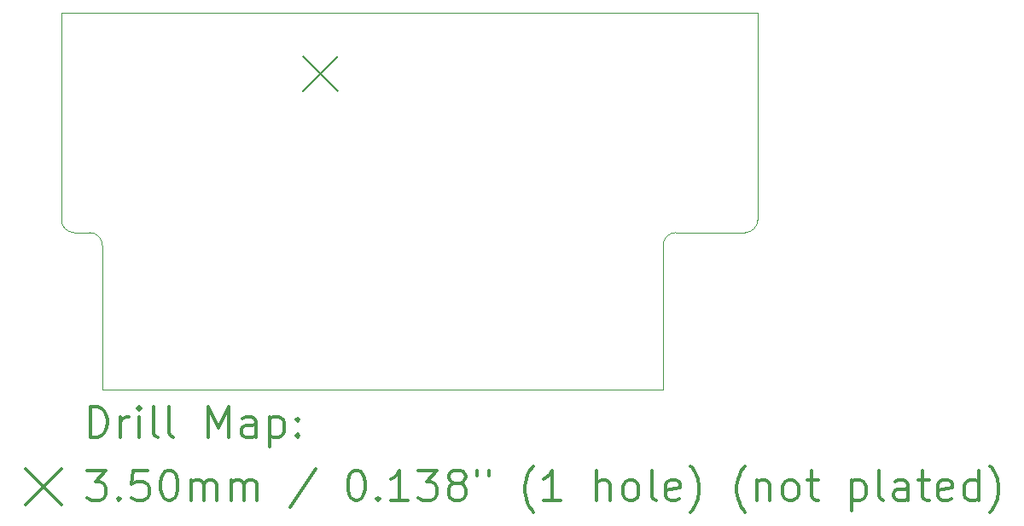
<source format=gbr>
%FSLAX45Y45*%
G04 Gerber Fmt 4.5, Leading zero omitted, Abs format (unit mm)*
G04 Created by KiCad (PCBNEW (5.1.6)-1) date 2022-09-29 15:02:31*
%MOMM*%
%LPD*%
G01*
G04 APERTURE LIST*
%TA.AperFunction,Profile*%
%ADD10C,0.050000*%
%TD*%
%ADD11C,0.200000*%
%ADD12C,0.300000*%
G04 APERTURE END LIST*
D10*
X18897600Y-6261100D02*
G75*
G02*
X18770600Y-6388100I-127000J0D01*
G01*
X12115800Y-6388100D02*
G75*
G02*
X11988800Y-6261100I0J127000D01*
G01*
X11988800Y-4203700D02*
X12496800Y-4203700D01*
X11988800Y-6261100D02*
X11988800Y-4203700D01*
X12268200Y-6388100D02*
X12115800Y-6388100D01*
X18897600Y-4203700D02*
X12496800Y-4203700D01*
X18897600Y-6261100D02*
X18897600Y-4203700D01*
X18084800Y-6388100D02*
X18770600Y-6388100D01*
X17957800Y-6908800D02*
X17957800Y-6515100D01*
X12395200Y-6515100D02*
X12395200Y-6908800D01*
X12268200Y-6388100D02*
G75*
G02*
X12395200Y-6515100I0J-127000D01*
G01*
X17957800Y-6515100D02*
G75*
G02*
X18084800Y-6388100I127000J0D01*
G01*
X12395200Y-7950200D02*
X12395200Y-6908800D01*
X17957800Y-7950200D02*
X17957800Y-6908800D01*
X12395200Y-7950200D02*
X17957800Y-7950200D01*
D11*
X14381500Y-4638300D02*
X14731500Y-4988300D01*
X14731500Y-4638300D02*
X14381500Y-4988300D01*
D12*
X12272728Y-8418414D02*
X12272728Y-8118414D01*
X12344157Y-8118414D01*
X12387014Y-8132700D01*
X12415586Y-8161271D01*
X12429871Y-8189843D01*
X12444157Y-8246986D01*
X12444157Y-8289843D01*
X12429871Y-8346986D01*
X12415586Y-8375557D01*
X12387014Y-8404129D01*
X12344157Y-8418414D01*
X12272728Y-8418414D01*
X12572728Y-8418414D02*
X12572728Y-8218414D01*
X12572728Y-8275557D02*
X12587014Y-8246986D01*
X12601300Y-8232700D01*
X12629871Y-8218414D01*
X12658443Y-8218414D01*
X12758443Y-8418414D02*
X12758443Y-8218414D01*
X12758443Y-8118414D02*
X12744157Y-8132700D01*
X12758443Y-8146986D01*
X12772728Y-8132700D01*
X12758443Y-8118414D01*
X12758443Y-8146986D01*
X12944157Y-8418414D02*
X12915586Y-8404129D01*
X12901300Y-8375557D01*
X12901300Y-8118414D01*
X13101300Y-8418414D02*
X13072728Y-8404129D01*
X13058443Y-8375557D01*
X13058443Y-8118414D01*
X13444157Y-8418414D02*
X13444157Y-8118414D01*
X13544157Y-8332700D01*
X13644157Y-8118414D01*
X13644157Y-8418414D01*
X13915586Y-8418414D02*
X13915586Y-8261271D01*
X13901300Y-8232700D01*
X13872728Y-8218414D01*
X13815586Y-8218414D01*
X13787014Y-8232700D01*
X13915586Y-8404129D02*
X13887014Y-8418414D01*
X13815586Y-8418414D01*
X13787014Y-8404129D01*
X13772728Y-8375557D01*
X13772728Y-8346986D01*
X13787014Y-8318414D01*
X13815586Y-8304129D01*
X13887014Y-8304129D01*
X13915586Y-8289843D01*
X14058443Y-8218414D02*
X14058443Y-8518414D01*
X14058443Y-8232700D02*
X14087014Y-8218414D01*
X14144157Y-8218414D01*
X14172728Y-8232700D01*
X14187014Y-8246986D01*
X14201300Y-8275557D01*
X14201300Y-8361271D01*
X14187014Y-8389843D01*
X14172728Y-8404129D01*
X14144157Y-8418414D01*
X14087014Y-8418414D01*
X14058443Y-8404129D01*
X14329871Y-8389843D02*
X14344157Y-8404129D01*
X14329871Y-8418414D01*
X14315586Y-8404129D01*
X14329871Y-8389843D01*
X14329871Y-8418414D01*
X14329871Y-8232700D02*
X14344157Y-8246986D01*
X14329871Y-8261271D01*
X14315586Y-8246986D01*
X14329871Y-8232700D01*
X14329871Y-8261271D01*
X11636300Y-8737700D02*
X11986300Y-9087700D01*
X11986300Y-8737700D02*
X11636300Y-9087700D01*
X12244157Y-8748414D02*
X12429871Y-8748414D01*
X12329871Y-8862700D01*
X12372728Y-8862700D01*
X12401300Y-8876986D01*
X12415586Y-8891272D01*
X12429871Y-8919843D01*
X12429871Y-8991272D01*
X12415586Y-9019843D01*
X12401300Y-9034129D01*
X12372728Y-9048414D01*
X12287014Y-9048414D01*
X12258443Y-9034129D01*
X12244157Y-9019843D01*
X12558443Y-9019843D02*
X12572728Y-9034129D01*
X12558443Y-9048414D01*
X12544157Y-9034129D01*
X12558443Y-9019843D01*
X12558443Y-9048414D01*
X12844157Y-8748414D02*
X12701300Y-8748414D01*
X12687014Y-8891272D01*
X12701300Y-8876986D01*
X12729871Y-8862700D01*
X12801300Y-8862700D01*
X12829871Y-8876986D01*
X12844157Y-8891272D01*
X12858443Y-8919843D01*
X12858443Y-8991272D01*
X12844157Y-9019843D01*
X12829871Y-9034129D01*
X12801300Y-9048414D01*
X12729871Y-9048414D01*
X12701300Y-9034129D01*
X12687014Y-9019843D01*
X13044157Y-8748414D02*
X13072728Y-8748414D01*
X13101300Y-8762700D01*
X13115586Y-8776986D01*
X13129871Y-8805557D01*
X13144157Y-8862700D01*
X13144157Y-8934129D01*
X13129871Y-8991272D01*
X13115586Y-9019843D01*
X13101300Y-9034129D01*
X13072728Y-9048414D01*
X13044157Y-9048414D01*
X13015586Y-9034129D01*
X13001300Y-9019843D01*
X12987014Y-8991272D01*
X12972728Y-8934129D01*
X12972728Y-8862700D01*
X12987014Y-8805557D01*
X13001300Y-8776986D01*
X13015586Y-8762700D01*
X13044157Y-8748414D01*
X13272728Y-9048414D02*
X13272728Y-8848414D01*
X13272728Y-8876986D02*
X13287014Y-8862700D01*
X13315586Y-8848414D01*
X13358443Y-8848414D01*
X13387014Y-8862700D01*
X13401300Y-8891272D01*
X13401300Y-9048414D01*
X13401300Y-8891272D02*
X13415586Y-8862700D01*
X13444157Y-8848414D01*
X13487014Y-8848414D01*
X13515586Y-8862700D01*
X13529871Y-8891272D01*
X13529871Y-9048414D01*
X13672728Y-9048414D02*
X13672728Y-8848414D01*
X13672728Y-8876986D02*
X13687014Y-8862700D01*
X13715586Y-8848414D01*
X13758443Y-8848414D01*
X13787014Y-8862700D01*
X13801300Y-8891272D01*
X13801300Y-9048414D01*
X13801300Y-8891272D02*
X13815586Y-8862700D01*
X13844157Y-8848414D01*
X13887014Y-8848414D01*
X13915586Y-8862700D01*
X13929871Y-8891272D01*
X13929871Y-9048414D01*
X14515586Y-8734129D02*
X14258443Y-9119843D01*
X14901300Y-8748414D02*
X14929871Y-8748414D01*
X14958443Y-8762700D01*
X14972728Y-8776986D01*
X14987014Y-8805557D01*
X15001300Y-8862700D01*
X15001300Y-8934129D01*
X14987014Y-8991272D01*
X14972728Y-9019843D01*
X14958443Y-9034129D01*
X14929871Y-9048414D01*
X14901300Y-9048414D01*
X14872728Y-9034129D01*
X14858443Y-9019843D01*
X14844157Y-8991272D01*
X14829871Y-8934129D01*
X14829871Y-8862700D01*
X14844157Y-8805557D01*
X14858443Y-8776986D01*
X14872728Y-8762700D01*
X14901300Y-8748414D01*
X15129871Y-9019843D02*
X15144157Y-9034129D01*
X15129871Y-9048414D01*
X15115586Y-9034129D01*
X15129871Y-9019843D01*
X15129871Y-9048414D01*
X15429871Y-9048414D02*
X15258443Y-9048414D01*
X15344157Y-9048414D02*
X15344157Y-8748414D01*
X15315586Y-8791272D01*
X15287014Y-8819843D01*
X15258443Y-8834129D01*
X15529871Y-8748414D02*
X15715586Y-8748414D01*
X15615586Y-8862700D01*
X15658443Y-8862700D01*
X15687014Y-8876986D01*
X15701300Y-8891272D01*
X15715586Y-8919843D01*
X15715586Y-8991272D01*
X15701300Y-9019843D01*
X15687014Y-9034129D01*
X15658443Y-9048414D01*
X15572728Y-9048414D01*
X15544157Y-9034129D01*
X15529871Y-9019843D01*
X15887014Y-8876986D02*
X15858443Y-8862700D01*
X15844157Y-8848414D01*
X15829871Y-8819843D01*
X15829871Y-8805557D01*
X15844157Y-8776986D01*
X15858443Y-8762700D01*
X15887014Y-8748414D01*
X15944157Y-8748414D01*
X15972728Y-8762700D01*
X15987014Y-8776986D01*
X16001300Y-8805557D01*
X16001300Y-8819843D01*
X15987014Y-8848414D01*
X15972728Y-8862700D01*
X15944157Y-8876986D01*
X15887014Y-8876986D01*
X15858443Y-8891272D01*
X15844157Y-8905557D01*
X15829871Y-8934129D01*
X15829871Y-8991272D01*
X15844157Y-9019843D01*
X15858443Y-9034129D01*
X15887014Y-9048414D01*
X15944157Y-9048414D01*
X15972728Y-9034129D01*
X15987014Y-9019843D01*
X16001300Y-8991272D01*
X16001300Y-8934129D01*
X15987014Y-8905557D01*
X15972728Y-8891272D01*
X15944157Y-8876986D01*
X16115586Y-8748414D02*
X16115586Y-8805557D01*
X16229871Y-8748414D02*
X16229871Y-8805557D01*
X16672728Y-9162700D02*
X16658443Y-9148414D01*
X16629871Y-9105557D01*
X16615586Y-9076986D01*
X16601300Y-9034129D01*
X16587014Y-8962700D01*
X16587014Y-8905557D01*
X16601300Y-8834129D01*
X16615586Y-8791272D01*
X16629871Y-8762700D01*
X16658443Y-8719843D01*
X16672728Y-8705557D01*
X16944157Y-9048414D02*
X16772728Y-9048414D01*
X16858443Y-9048414D02*
X16858443Y-8748414D01*
X16829871Y-8791272D01*
X16801300Y-8819843D01*
X16772728Y-8834129D01*
X17301300Y-9048414D02*
X17301300Y-8748414D01*
X17429871Y-9048414D02*
X17429871Y-8891272D01*
X17415586Y-8862700D01*
X17387014Y-8848414D01*
X17344157Y-8848414D01*
X17315586Y-8862700D01*
X17301300Y-8876986D01*
X17615586Y-9048414D02*
X17587014Y-9034129D01*
X17572728Y-9019843D01*
X17558443Y-8991272D01*
X17558443Y-8905557D01*
X17572728Y-8876986D01*
X17587014Y-8862700D01*
X17615586Y-8848414D01*
X17658443Y-8848414D01*
X17687014Y-8862700D01*
X17701300Y-8876986D01*
X17715586Y-8905557D01*
X17715586Y-8991272D01*
X17701300Y-9019843D01*
X17687014Y-9034129D01*
X17658443Y-9048414D01*
X17615586Y-9048414D01*
X17887014Y-9048414D02*
X17858443Y-9034129D01*
X17844157Y-9005557D01*
X17844157Y-8748414D01*
X18115586Y-9034129D02*
X18087014Y-9048414D01*
X18029871Y-9048414D01*
X18001300Y-9034129D01*
X17987014Y-9005557D01*
X17987014Y-8891272D01*
X18001300Y-8862700D01*
X18029871Y-8848414D01*
X18087014Y-8848414D01*
X18115586Y-8862700D01*
X18129871Y-8891272D01*
X18129871Y-8919843D01*
X17987014Y-8948414D01*
X18229871Y-9162700D02*
X18244157Y-9148414D01*
X18272728Y-9105557D01*
X18287014Y-9076986D01*
X18301300Y-9034129D01*
X18315586Y-8962700D01*
X18315586Y-8905557D01*
X18301300Y-8834129D01*
X18287014Y-8791272D01*
X18272728Y-8762700D01*
X18244157Y-8719843D01*
X18229871Y-8705557D01*
X18772728Y-9162700D02*
X18758443Y-9148414D01*
X18729871Y-9105557D01*
X18715586Y-9076986D01*
X18701300Y-9034129D01*
X18687014Y-8962700D01*
X18687014Y-8905557D01*
X18701300Y-8834129D01*
X18715586Y-8791272D01*
X18729871Y-8762700D01*
X18758443Y-8719843D01*
X18772728Y-8705557D01*
X18887014Y-8848414D02*
X18887014Y-9048414D01*
X18887014Y-8876986D02*
X18901300Y-8862700D01*
X18929871Y-8848414D01*
X18972728Y-8848414D01*
X19001300Y-8862700D01*
X19015586Y-8891272D01*
X19015586Y-9048414D01*
X19201300Y-9048414D02*
X19172728Y-9034129D01*
X19158443Y-9019843D01*
X19144157Y-8991272D01*
X19144157Y-8905557D01*
X19158443Y-8876986D01*
X19172728Y-8862700D01*
X19201300Y-8848414D01*
X19244157Y-8848414D01*
X19272728Y-8862700D01*
X19287014Y-8876986D01*
X19301300Y-8905557D01*
X19301300Y-8991272D01*
X19287014Y-9019843D01*
X19272728Y-9034129D01*
X19244157Y-9048414D01*
X19201300Y-9048414D01*
X19387014Y-8848414D02*
X19501300Y-8848414D01*
X19429871Y-8748414D02*
X19429871Y-9005557D01*
X19444157Y-9034129D01*
X19472728Y-9048414D01*
X19501300Y-9048414D01*
X19829871Y-8848414D02*
X19829871Y-9148414D01*
X19829871Y-8862700D02*
X19858443Y-8848414D01*
X19915586Y-8848414D01*
X19944157Y-8862700D01*
X19958443Y-8876986D01*
X19972728Y-8905557D01*
X19972728Y-8991272D01*
X19958443Y-9019843D01*
X19944157Y-9034129D01*
X19915586Y-9048414D01*
X19858443Y-9048414D01*
X19829871Y-9034129D01*
X20144157Y-9048414D02*
X20115586Y-9034129D01*
X20101300Y-9005557D01*
X20101300Y-8748414D01*
X20387014Y-9048414D02*
X20387014Y-8891272D01*
X20372728Y-8862700D01*
X20344157Y-8848414D01*
X20287014Y-8848414D01*
X20258443Y-8862700D01*
X20387014Y-9034129D02*
X20358443Y-9048414D01*
X20287014Y-9048414D01*
X20258443Y-9034129D01*
X20244157Y-9005557D01*
X20244157Y-8976986D01*
X20258443Y-8948414D01*
X20287014Y-8934129D01*
X20358443Y-8934129D01*
X20387014Y-8919843D01*
X20487014Y-8848414D02*
X20601300Y-8848414D01*
X20529871Y-8748414D02*
X20529871Y-9005557D01*
X20544157Y-9034129D01*
X20572728Y-9048414D01*
X20601300Y-9048414D01*
X20815586Y-9034129D02*
X20787014Y-9048414D01*
X20729871Y-9048414D01*
X20701300Y-9034129D01*
X20687014Y-9005557D01*
X20687014Y-8891272D01*
X20701300Y-8862700D01*
X20729871Y-8848414D01*
X20787014Y-8848414D01*
X20815586Y-8862700D01*
X20829871Y-8891272D01*
X20829871Y-8919843D01*
X20687014Y-8948414D01*
X21087014Y-9048414D02*
X21087014Y-8748414D01*
X21087014Y-9034129D02*
X21058443Y-9048414D01*
X21001300Y-9048414D01*
X20972728Y-9034129D01*
X20958443Y-9019843D01*
X20944157Y-8991272D01*
X20944157Y-8905557D01*
X20958443Y-8876986D01*
X20972728Y-8862700D01*
X21001300Y-8848414D01*
X21058443Y-8848414D01*
X21087014Y-8862700D01*
X21201300Y-9162700D02*
X21215586Y-9148414D01*
X21244157Y-9105557D01*
X21258443Y-9076986D01*
X21272728Y-9034129D01*
X21287014Y-8962700D01*
X21287014Y-8905557D01*
X21272728Y-8834129D01*
X21258443Y-8791272D01*
X21244157Y-8762700D01*
X21215586Y-8719843D01*
X21201300Y-8705557D01*
M02*

</source>
